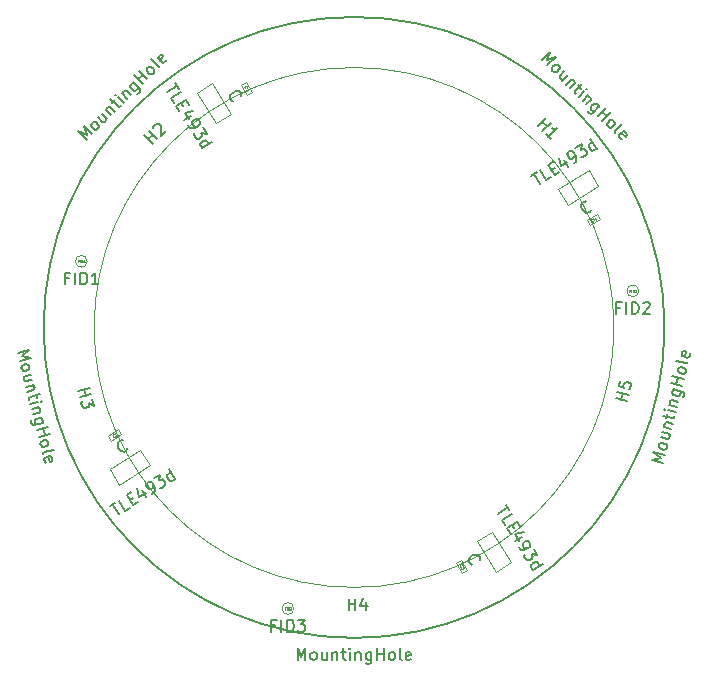
<source format=gbr>
G04 #@! TF.GenerationSoftware,KiCad,Pcbnew,5.1.5-52549c5~84~ubuntu18.04.1*
G04 #@! TF.CreationDate,2020-06-09T16:27:21+02:00*
G04 #@! TF.ProjectId,roboy_3.0_40mm_ball_sensor,726f626f-795f-4332-9e30-5f34306d6d5f,rev?*
G04 #@! TF.SameCoordinates,Original*
G04 #@! TF.FileFunction,Other,Fab,Top*
%FSLAX46Y46*%
G04 Gerber Fmt 4.6, Leading zero omitted, Abs format (unit mm)*
G04 Created by KiCad (PCBNEW 5.1.5-52549c5~84~ubuntu18.04.1) date 2020-06-09 16:27:21*
%MOMM*%
%LPD*%
G04 APERTURE LIST*
%ADD10C,0.150000*%
%ADD11C,0.120000*%
%ADD12C,0.010000*%
%ADD13C,0.100000*%
%ADD14C,0.040000*%
G04 APERTURE END LIST*
D10*
X186783455Y-100000000D02*
G75*
G03X186783455Y-100000000I-26283455J0D01*
G01*
D11*
X182505681Y-100000000D02*
G75*
G03X182505681Y-100000000I-22005681J0D01*
G01*
D12*
X148817797Y-82719877D02*
X147201543Y-80133330D01*
X150119551Y-81906451D02*
X148503297Y-79319904D01*
X148503297Y-79319904D02*
X147201543Y-80133330D01*
X150119551Y-81906451D02*
X148817797Y-82719877D01*
D13*
X150908948Y-79461640D02*
X151332972Y-79196680D01*
X151332972Y-79196680D02*
X151862892Y-80044728D01*
X151862892Y-80044728D02*
X151438868Y-80309688D01*
X151438868Y-80309688D02*
X150908948Y-79461640D01*
X140809688Y-109061132D02*
X139961640Y-109591052D01*
X140544728Y-108637108D02*
X140809688Y-109061132D01*
X139696680Y-109167028D02*
X140544728Y-108637108D01*
X139961640Y-109591052D02*
X139696680Y-109167028D01*
X170091052Y-120538360D02*
X169667028Y-120803320D01*
X169667028Y-120803320D02*
X169137108Y-119955272D01*
X169137108Y-119955272D02*
X169561132Y-119690312D01*
X169561132Y-119690312D02*
X170091052Y-120538360D01*
X181038360Y-90408948D02*
X181303320Y-90832972D01*
X181303320Y-90832972D02*
X180455272Y-91362892D01*
X180455272Y-91362892D02*
X180190312Y-90938868D01*
X180190312Y-90938868D02*
X181038360Y-90408948D01*
D12*
X143219877Y-111682203D02*
X140633330Y-113298457D01*
X142406451Y-110380449D02*
X139819904Y-111996703D01*
X139819904Y-111996703D02*
X140633330Y-113298457D01*
X142406451Y-110380449D02*
X143219877Y-111682203D01*
X170880449Y-118093549D02*
X172182203Y-117280123D01*
X172496703Y-120680096D02*
X173798457Y-119866670D01*
X170880449Y-118093549D02*
X172496703Y-120680096D01*
X172182203Y-117280123D02*
X173798457Y-119866670D01*
X178593549Y-89619551D02*
X177780123Y-88317797D01*
X181180096Y-88003297D02*
X180366670Y-86701543D01*
X178593549Y-89619551D02*
X181180096Y-88003297D01*
X177780123Y-88317797D02*
X180366670Y-86701543D01*
D13*
X137900000Y-94400000D02*
G75*
G03X137900000Y-94400000I-500000J0D01*
G01*
X184600000Y-96900000D02*
G75*
G03X184600000Y-96900000I-500000J0D01*
G01*
X155400000Y-123800000D02*
G75*
G03X155400000Y-123800000I-500000J0D01*
G01*
D10*
X145368556Y-79299091D02*
X145671367Y-79783690D01*
X144671913Y-80071309D02*
X145519961Y-79541390D01*
X145252301Y-81000124D02*
X144999959Y-80596292D01*
X145848007Y-80066372D01*
X145873156Y-81005230D02*
X146049796Y-81287913D01*
X145681283Y-81686639D02*
X145428941Y-81282807D01*
X146276989Y-80752887D01*
X146529331Y-81156720D01*
X146700865Y-82060258D02*
X146135500Y-82413538D01*
X146897760Y-81656468D02*
X146165840Y-81833065D01*
X146493885Y-82358047D01*
X146438311Y-82898136D02*
X146539248Y-83059669D01*
X146630100Y-83115202D01*
X146695717Y-83130351D01*
X146867335Y-83135414D01*
X147054103Y-83074861D01*
X147377168Y-82872987D01*
X147432701Y-82782135D01*
X147447850Y-82716517D01*
X147437764Y-82610517D01*
X147336827Y-82448984D01*
X147245976Y-82393451D01*
X147180358Y-82378302D01*
X147074357Y-82388388D01*
X146872441Y-82514559D01*
X146816909Y-82605411D01*
X146801760Y-82671028D01*
X146811845Y-82777029D01*
X146912782Y-82938562D01*
X147003634Y-82994094D01*
X147069252Y-83009243D01*
X147175252Y-82999158D01*
X147715341Y-83054732D02*
X148043386Y-83579714D01*
X147543681Y-83498906D01*
X147619384Y-83620055D01*
X147629469Y-83726056D01*
X147614320Y-83791674D01*
X147558788Y-83882525D01*
X147356871Y-84008697D01*
X147250871Y-84018782D01*
X147185253Y-84003633D01*
X147094401Y-83948101D01*
X146942996Y-83705801D01*
X146932911Y-83599801D01*
X146948060Y-83534183D01*
X147649555Y-84836532D02*
X148497603Y-84306613D01*
X147689938Y-84811298D02*
X147599086Y-84755766D01*
X147498149Y-84594233D01*
X147488064Y-84488232D01*
X147503213Y-84422614D01*
X147558745Y-84331763D01*
X147801045Y-84180357D01*
X147907046Y-84170272D01*
X147972663Y-84185421D01*
X148063515Y-84240953D01*
X148164452Y-84402486D01*
X148174537Y-84508487D01*
X150254852Y-80824937D02*
X150189234Y-80809788D01*
X150073148Y-80713873D01*
X150022680Y-80633107D01*
X149987360Y-80486723D01*
X150017658Y-80355488D01*
X150073191Y-80264636D01*
X150209489Y-80123316D01*
X150330639Y-80047613D01*
X150517406Y-79987059D01*
X150623407Y-79976974D01*
X150754642Y-80007272D01*
X150870728Y-80103187D01*
X150921196Y-80183954D01*
X150956516Y-80330338D01*
X150941367Y-80395955D01*
D14*
X151288121Y-79765162D02*
X151271717Y-79761375D01*
X151242695Y-79737396D01*
X151230078Y-79717205D01*
X151221248Y-79680609D01*
X151228823Y-79647800D01*
X151242706Y-79625087D01*
X151276780Y-79589757D01*
X151307068Y-79570831D01*
X151353760Y-79555693D01*
X151380260Y-79553171D01*
X151413068Y-79560746D01*
X151442090Y-79584725D01*
X151454707Y-79604916D01*
X151463537Y-79641512D01*
X151459750Y-79657917D01*
X151394101Y-79979696D02*
X151318398Y-79858546D01*
X151356249Y-79919121D02*
X151568261Y-79786641D01*
X151525357Y-79785375D01*
X151492548Y-79777801D01*
X151469835Y-79763918D01*
D10*
X141324937Y-110245147D02*
X141309788Y-110310765D01*
X141213873Y-110426851D01*
X141133107Y-110477319D01*
X140986723Y-110512639D01*
X140855488Y-110482341D01*
X140764636Y-110426808D01*
X140623316Y-110290510D01*
X140547613Y-110169360D01*
X140487059Y-109982593D01*
X140476974Y-109876592D01*
X140507272Y-109745357D01*
X140603187Y-109629271D01*
X140683954Y-109578803D01*
X140830338Y-109543483D01*
X140895955Y-109558632D01*
D14*
X140265162Y-109211878D02*
X140261375Y-109228282D01*
X140237396Y-109257304D01*
X140217205Y-109269921D01*
X140180609Y-109278751D01*
X140147800Y-109271176D01*
X140125087Y-109257293D01*
X140089757Y-109223219D01*
X140070831Y-109192931D01*
X140055693Y-109146239D01*
X140053171Y-109119739D01*
X140060746Y-109086931D01*
X140084725Y-109057909D01*
X140104916Y-109045292D01*
X140141512Y-109036462D01*
X140157917Y-109040249D01*
X140238683Y-108989781D02*
X140242471Y-108973376D01*
X140256354Y-108950663D01*
X140306833Y-108919121D01*
X140333333Y-108916599D01*
X140349737Y-108920387D01*
X140372450Y-108934270D01*
X140385067Y-108954461D01*
X140393897Y-108991057D01*
X140348450Y-109187910D01*
X140479696Y-109105898D01*
D10*
X170467444Y-120078557D02*
X170401826Y-120063408D01*
X170285740Y-119967493D01*
X170235272Y-119886727D01*
X170199952Y-119740343D01*
X170230250Y-119609108D01*
X170285783Y-119518256D01*
X170422081Y-119376936D01*
X170543231Y-119301233D01*
X170729998Y-119240679D01*
X170835999Y-119230594D01*
X170967234Y-119260892D01*
X171083320Y-119356807D01*
X171133788Y-119437574D01*
X171169108Y-119583958D01*
X171153959Y-119649575D01*
D14*
X169516281Y-120258794D02*
X169499877Y-120255007D01*
X169470855Y-120231028D01*
X169458238Y-120210837D01*
X169449408Y-120174241D01*
X169456983Y-120141432D01*
X169470866Y-120118719D01*
X169504940Y-120083389D01*
X169535228Y-120064463D01*
X169581920Y-120049325D01*
X169608420Y-120046803D01*
X169641228Y-120054378D01*
X169670250Y-120078357D01*
X169682867Y-120098548D01*
X169691697Y-120135144D01*
X169687910Y-120151549D01*
X169752261Y-120209602D02*
X169834273Y-120340848D01*
X169709346Y-120320646D01*
X169728272Y-120350933D01*
X169730793Y-120377433D01*
X169727006Y-120393838D01*
X169713123Y-120416551D01*
X169662644Y-120448093D01*
X169636144Y-120450615D01*
X169619739Y-120446828D01*
X169597026Y-120432944D01*
X169559175Y-120372370D01*
X169556654Y-120345869D01*
X169560441Y-120329465D01*
D10*
X180578557Y-90032555D02*
X180563408Y-90098173D01*
X180467493Y-90214259D01*
X180386727Y-90264727D01*
X180240343Y-90300047D01*
X180109108Y-90269749D01*
X180018256Y-90214216D01*
X179876936Y-90077918D01*
X179801233Y-89956768D01*
X179740679Y-89770001D01*
X179730594Y-89664000D01*
X179760892Y-89532765D01*
X179856807Y-89416679D01*
X179937574Y-89366211D01*
X180083958Y-89330891D01*
X180149575Y-89346040D01*
D14*
X180758794Y-90983718D02*
X180755007Y-91000122D01*
X180731028Y-91029144D01*
X180710837Y-91041761D01*
X180674241Y-91050591D01*
X180641432Y-91043016D01*
X180618719Y-91029133D01*
X180583389Y-90995059D01*
X180564463Y-90964771D01*
X180549325Y-90918079D01*
X180546803Y-90891579D01*
X180554378Y-90858771D01*
X180578357Y-90829749D01*
X180598548Y-90817132D01*
X180635144Y-90808302D01*
X180651549Y-90812089D01*
X180864816Y-90749014D02*
X180953136Y-90890356D01*
X180763869Y-90699791D02*
X180808018Y-90882770D01*
X180939264Y-90800759D01*
D10*
X139799091Y-115131443D02*
X140283690Y-114828632D01*
X140571309Y-115828086D02*
X140041390Y-114980038D01*
X141500124Y-115247698D02*
X141096292Y-115500040D01*
X140566372Y-114651992D01*
X141505230Y-114626843D02*
X141787913Y-114450203D01*
X142186639Y-114818716D02*
X141782807Y-115071058D01*
X141252887Y-114223010D01*
X141656720Y-113970668D01*
X142560258Y-113799134D02*
X142913538Y-114364499D01*
X142156468Y-113602239D02*
X142333065Y-114334159D01*
X142858047Y-114006114D01*
X143398136Y-114061688D02*
X143559669Y-113960751D01*
X143615202Y-113869899D01*
X143630351Y-113804282D01*
X143635414Y-113632664D01*
X143574861Y-113445896D01*
X143372987Y-113122831D01*
X143282135Y-113067298D01*
X143216517Y-113052149D01*
X143110517Y-113062235D01*
X142948984Y-113163172D01*
X142893451Y-113254023D01*
X142878302Y-113319641D01*
X142888388Y-113425642D01*
X143014559Y-113627558D01*
X143105411Y-113683090D01*
X143171028Y-113698239D01*
X143277029Y-113688154D01*
X143438562Y-113587217D01*
X143494094Y-113496365D01*
X143509243Y-113430747D01*
X143499158Y-113324747D01*
X143554732Y-112784658D02*
X144079714Y-112456613D01*
X143998906Y-112956318D01*
X144120055Y-112880615D01*
X144226056Y-112870530D01*
X144291674Y-112885679D01*
X144382525Y-112941211D01*
X144508697Y-113143128D01*
X144518782Y-113249128D01*
X144503633Y-113314746D01*
X144448101Y-113405598D01*
X144205801Y-113557003D01*
X144099801Y-113567088D01*
X144034183Y-113551939D01*
X145336532Y-112850444D02*
X144806613Y-112002396D01*
X145311298Y-112810061D02*
X145255766Y-112900913D01*
X145094233Y-113001850D01*
X144988232Y-113011935D01*
X144922614Y-112996786D01*
X144831763Y-112941254D01*
X144680357Y-112698954D01*
X144670272Y-112592953D01*
X144685421Y-112527336D01*
X144740953Y-112436484D01*
X144902486Y-112335547D01*
X145008487Y-112325462D01*
X173355508Y-114991849D02*
X173658319Y-115476448D01*
X172658865Y-115764067D02*
X173506913Y-115234148D01*
X173239253Y-116692882D02*
X172986911Y-116289050D01*
X173834959Y-115759130D01*
X173860108Y-116697988D02*
X174036748Y-116980671D01*
X173668235Y-117379397D02*
X173415893Y-116975565D01*
X174263941Y-116445645D01*
X174516283Y-116849478D01*
X174687817Y-117753016D02*
X174122452Y-118106296D01*
X174884712Y-117349226D02*
X174152792Y-117525823D01*
X174480837Y-118050805D01*
X174425263Y-118590894D02*
X174526200Y-118752427D01*
X174617052Y-118807960D01*
X174682669Y-118823109D01*
X174854287Y-118828172D01*
X175041055Y-118767619D01*
X175364120Y-118565745D01*
X175419653Y-118474893D01*
X175434802Y-118409275D01*
X175424716Y-118303275D01*
X175323779Y-118141742D01*
X175232928Y-118086209D01*
X175167310Y-118071060D01*
X175061309Y-118081146D01*
X174859393Y-118207317D01*
X174803861Y-118298169D01*
X174788712Y-118363786D01*
X174798797Y-118469787D01*
X174899734Y-118631320D01*
X174990586Y-118686852D01*
X175056204Y-118702001D01*
X175162204Y-118691916D01*
X175702293Y-118747490D02*
X176030338Y-119272472D01*
X175530633Y-119191664D01*
X175606336Y-119312813D01*
X175616421Y-119418814D01*
X175601272Y-119484432D01*
X175545740Y-119575283D01*
X175343823Y-119701455D01*
X175237823Y-119711540D01*
X175172205Y-119696391D01*
X175081353Y-119640859D01*
X174929948Y-119398559D01*
X174919863Y-119292559D01*
X174935012Y-119226941D01*
X175636507Y-120529290D02*
X176484555Y-119999371D01*
X175676890Y-120504056D02*
X175586038Y-120448524D01*
X175485101Y-120286991D01*
X175475016Y-120180990D01*
X175490165Y-120115372D01*
X175545697Y-120024521D01*
X175787997Y-119873115D01*
X175893998Y-119863030D01*
X175959615Y-119878179D01*
X176050467Y-119933711D01*
X176151404Y-120095244D01*
X176161489Y-120201245D01*
X175491849Y-87144491D02*
X175976448Y-86841680D01*
X176264067Y-87841134D02*
X175734148Y-86993086D01*
X177192882Y-87260746D02*
X176789050Y-87513088D01*
X176259130Y-86665040D01*
X177197988Y-86639891D02*
X177480671Y-86463251D01*
X177879397Y-86831764D02*
X177475565Y-87084106D01*
X176945645Y-86236058D01*
X177349478Y-85983716D01*
X178253016Y-85812182D02*
X178606296Y-86377547D01*
X177849226Y-85615287D02*
X178025823Y-86347207D01*
X178550805Y-86019162D01*
X179090894Y-86074736D02*
X179252427Y-85973799D01*
X179307960Y-85882947D01*
X179323109Y-85817330D01*
X179328172Y-85645712D01*
X179267619Y-85458944D01*
X179065745Y-85135879D01*
X178974893Y-85080346D01*
X178909275Y-85065197D01*
X178803275Y-85075283D01*
X178641742Y-85176220D01*
X178586209Y-85267071D01*
X178571060Y-85332689D01*
X178581146Y-85438690D01*
X178707317Y-85640606D01*
X178798169Y-85696138D01*
X178863786Y-85711287D01*
X178969787Y-85701202D01*
X179131320Y-85600265D01*
X179186852Y-85509413D01*
X179202001Y-85443795D01*
X179191916Y-85337795D01*
X179247490Y-84797706D02*
X179772472Y-84469661D01*
X179691664Y-84969366D01*
X179812813Y-84893663D01*
X179918814Y-84883578D01*
X179984432Y-84898727D01*
X180075283Y-84954259D01*
X180201455Y-85156176D01*
X180211540Y-85262176D01*
X180196391Y-85327794D01*
X180140859Y-85418646D01*
X179898559Y-85570051D01*
X179792559Y-85580136D01*
X179726941Y-85564987D01*
X181029290Y-84863492D02*
X180499371Y-84015444D01*
X181004056Y-84823109D02*
X180948524Y-84913961D01*
X180786991Y-85014898D01*
X180680990Y-85024983D01*
X180615372Y-85009834D01*
X180524521Y-84954302D01*
X180373115Y-84712002D01*
X180363030Y-84606001D01*
X180378179Y-84540384D01*
X180433711Y-84449532D01*
X180595244Y-84348595D01*
X180701245Y-84338510D01*
X176382964Y-77349013D02*
X177090071Y-76641906D01*
X176820697Y-77382685D01*
X177561475Y-77113311D01*
X176854368Y-77820418D01*
X177292101Y-78258150D02*
X177258429Y-78157135D01*
X177258429Y-78089792D01*
X177292101Y-77988776D01*
X177494132Y-77786746D01*
X177595147Y-77753074D01*
X177662490Y-77753074D01*
X177763506Y-77786746D01*
X177864521Y-77887761D01*
X177898193Y-77988776D01*
X177898193Y-78056120D01*
X177864521Y-78157135D01*
X177662490Y-78359166D01*
X177561475Y-78392837D01*
X177494132Y-78392837D01*
X177393116Y-78359166D01*
X177292101Y-78258150D01*
X178605299Y-78628540D02*
X178133895Y-79099944D01*
X178302254Y-78325494D02*
X177931864Y-78695883D01*
X177898193Y-78796898D01*
X177931864Y-78897914D01*
X178032880Y-78998929D01*
X178133895Y-79032601D01*
X178201238Y-79032601D01*
X178942017Y-78965257D02*
X178470612Y-79436662D01*
X178874673Y-79032601D02*
X178942017Y-79032601D01*
X179043032Y-79066272D01*
X179144047Y-79167288D01*
X179177719Y-79268303D01*
X179144047Y-79369318D01*
X178773658Y-79739707D01*
X179480765Y-79504005D02*
X179750139Y-79773379D01*
X179817482Y-79369318D02*
X179211391Y-79975410D01*
X179177719Y-80076425D01*
X179211391Y-80177440D01*
X179278734Y-80244784D01*
X179514437Y-80480486D02*
X179985841Y-80009081D01*
X180221544Y-79773379D02*
X180154200Y-79773379D01*
X180154200Y-79840723D01*
X180221544Y-79840723D01*
X180221544Y-79773379D01*
X180154200Y-79840723D01*
X180322559Y-80345799D02*
X179851154Y-80817204D01*
X180255215Y-80413143D02*
X180322559Y-80413142D01*
X180423574Y-80446814D01*
X180524589Y-80547830D01*
X180558261Y-80648845D01*
X180524589Y-80749860D01*
X180154200Y-81120249D01*
X181265368Y-81288608D02*
X180692948Y-81861028D01*
X180591933Y-81894700D01*
X180524589Y-81894700D01*
X180423574Y-81861028D01*
X180322559Y-81760013D01*
X180288887Y-81658997D01*
X180827635Y-81726341D02*
X180726620Y-81692669D01*
X180591933Y-81557982D01*
X180558261Y-81456967D01*
X180558261Y-81389623D01*
X180591933Y-81288608D01*
X180793963Y-81086578D01*
X180894979Y-81052906D01*
X180962322Y-81052906D01*
X181063337Y-81086578D01*
X181198024Y-81221265D01*
X181231696Y-81322280D01*
X181130681Y-82096730D02*
X181837788Y-81389623D01*
X181501070Y-81726341D02*
X181905131Y-82130402D01*
X181534742Y-82500791D02*
X182241849Y-81793684D01*
X181972475Y-82938524D02*
X181938803Y-82837509D01*
X181938803Y-82770165D01*
X181972475Y-82669150D01*
X182174505Y-82467119D01*
X182275520Y-82433448D01*
X182342864Y-82433448D01*
X182443879Y-82467119D01*
X182544894Y-82568135D01*
X182578566Y-82669150D01*
X182578566Y-82736493D01*
X182544894Y-82837509D01*
X182342864Y-83039539D01*
X182241849Y-83073211D01*
X182174505Y-83073211D01*
X182073490Y-83039539D01*
X181972475Y-82938524D01*
X182612238Y-83578287D02*
X182578566Y-83477272D01*
X182612238Y-83376257D01*
X183218329Y-82770165D01*
X183184658Y-84083363D02*
X183083642Y-84049692D01*
X182948955Y-83915005D01*
X182915284Y-83813989D01*
X182948955Y-83712974D01*
X183218329Y-83443600D01*
X183319345Y-83409928D01*
X183420360Y-83443600D01*
X183555047Y-83578287D01*
X183588719Y-83679302D01*
X183555047Y-83780318D01*
X183487703Y-83847661D01*
X183083642Y-83578287D01*
X176046247Y-82951992D02*
X176753354Y-82244885D01*
X176416636Y-82581603D02*
X176820697Y-82985664D01*
X176450308Y-83356053D02*
X177157415Y-82648946D01*
X177157415Y-84063160D02*
X176753354Y-83659099D01*
X176955384Y-83861129D02*
X177662491Y-83154023D01*
X177494132Y-83187694D01*
X177359445Y-83187694D01*
X177258430Y-83154023D01*
X137849013Y-84117035D02*
X137141906Y-83409928D01*
X137882685Y-83679302D01*
X137613311Y-82938524D01*
X138320418Y-83645631D01*
X138758150Y-83207898D02*
X138657135Y-83241570D01*
X138589792Y-83241570D01*
X138488776Y-83207898D01*
X138286746Y-83005867D01*
X138253074Y-82904852D01*
X138253074Y-82837509D01*
X138286746Y-82736493D01*
X138387761Y-82635478D01*
X138488776Y-82601806D01*
X138556120Y-82601806D01*
X138657135Y-82635478D01*
X138859166Y-82837509D01*
X138892837Y-82938524D01*
X138892837Y-83005867D01*
X138859166Y-83106883D01*
X138758150Y-83207898D01*
X139128540Y-81894700D02*
X139599944Y-82366104D01*
X138825494Y-82197745D02*
X139195883Y-82568135D01*
X139296898Y-82601806D01*
X139397914Y-82568135D01*
X139498929Y-82467119D01*
X139532601Y-82366104D01*
X139532601Y-82298761D01*
X139465257Y-81557982D02*
X139936662Y-82029387D01*
X139532601Y-81625326D02*
X139532601Y-81557982D01*
X139566272Y-81456967D01*
X139667288Y-81355952D01*
X139768303Y-81322280D01*
X139869318Y-81355952D01*
X140239707Y-81726341D01*
X140004005Y-81019234D02*
X140273379Y-80749860D01*
X139869318Y-80682517D02*
X140475410Y-81288608D01*
X140576425Y-81322280D01*
X140677440Y-81288608D01*
X140744784Y-81221265D01*
X140980486Y-80985562D02*
X140509081Y-80514158D01*
X140273379Y-80278455D02*
X140273379Y-80345799D01*
X140340723Y-80345799D01*
X140340723Y-80278455D01*
X140273379Y-80278455D01*
X140340723Y-80345799D01*
X140845799Y-80177440D02*
X141317204Y-80648845D01*
X140913143Y-80244784D02*
X140913143Y-80177440D01*
X140946814Y-80076425D01*
X141047830Y-79975410D01*
X141148845Y-79941738D01*
X141249860Y-79975410D01*
X141620249Y-80345799D01*
X141788608Y-79234631D02*
X142361028Y-79807051D01*
X142394700Y-79908066D01*
X142394700Y-79975410D01*
X142361028Y-80076425D01*
X142260013Y-80177440D01*
X142158997Y-80211112D01*
X142226341Y-79672364D02*
X142192669Y-79773379D01*
X142057982Y-79908066D01*
X141956967Y-79941738D01*
X141889623Y-79941738D01*
X141788608Y-79908066D01*
X141586578Y-79706036D01*
X141552906Y-79605020D01*
X141552906Y-79537677D01*
X141586578Y-79436662D01*
X141721265Y-79301975D01*
X141822280Y-79268303D01*
X142596730Y-79369318D02*
X141889623Y-78662211D01*
X142226341Y-78998929D02*
X142630402Y-78594868D01*
X143000791Y-78965257D02*
X142293684Y-78258150D01*
X143438524Y-78527524D02*
X143337509Y-78561196D01*
X143270165Y-78561196D01*
X143169150Y-78527524D01*
X142967119Y-78325494D01*
X142933448Y-78224479D01*
X142933448Y-78157135D01*
X142967119Y-78056120D01*
X143068135Y-77955105D01*
X143169150Y-77921433D01*
X143236493Y-77921433D01*
X143337509Y-77955105D01*
X143539539Y-78157135D01*
X143573211Y-78258150D01*
X143573211Y-78325494D01*
X143539539Y-78426509D01*
X143438524Y-78527524D01*
X144078287Y-77887761D02*
X143977272Y-77921433D01*
X143876257Y-77887761D01*
X143270165Y-77281670D01*
X144583363Y-77315341D02*
X144549692Y-77416357D01*
X144415005Y-77551044D01*
X144313989Y-77584715D01*
X144212974Y-77551044D01*
X143943600Y-77281670D01*
X143909928Y-77180654D01*
X143943600Y-77079639D01*
X144078287Y-76944952D01*
X144179302Y-76911280D01*
X144280318Y-76944952D01*
X144347661Y-77012296D01*
X144078287Y-77416357D01*
X143451992Y-84453752D02*
X142744885Y-83746645D01*
X143081603Y-84083363D02*
X143485664Y-83679302D01*
X143856053Y-84049691D02*
X143148946Y-83342584D01*
X143519336Y-83106882D02*
X143519336Y-83039539D01*
X143553007Y-82938523D01*
X143721366Y-82770165D01*
X143822381Y-82736493D01*
X143889725Y-82736493D01*
X143990740Y-82770165D01*
X144058084Y-82837508D01*
X144125427Y-82972195D01*
X144125427Y-83780317D01*
X144563160Y-83342584D01*
X132026096Y-102167119D02*
X132996392Y-101925197D01*
X132383964Y-102421431D01*
X133157673Y-102572061D01*
X132187377Y-102813983D01*
X132337139Y-103414642D02*
X132360303Y-103310713D01*
X132394987Y-103252988D01*
X132475876Y-103183744D01*
X132753104Y-103114623D01*
X132857033Y-103137788D01*
X132914758Y-103172472D01*
X132984002Y-103253361D01*
X133018563Y-103391975D01*
X132995398Y-103495904D01*
X132960714Y-103553629D01*
X132879825Y-103622873D01*
X132602597Y-103691994D01*
X132498668Y-103668829D01*
X132440944Y-103634145D01*
X132371699Y-103553256D01*
X132337139Y-103414642D01*
X133272005Y-104408475D02*
X132625141Y-104569756D01*
X133168324Y-103992634D02*
X132660074Y-104119355D01*
X132579185Y-104188600D01*
X132556020Y-104292529D01*
X132590581Y-104431143D01*
X132659825Y-104512032D01*
X132717550Y-104546716D01*
X133387206Y-104870521D02*
X132740342Y-105031802D01*
X133294796Y-104893561D02*
X133352521Y-104928245D01*
X133421766Y-105009134D01*
X133456326Y-105147748D01*
X133433162Y-105251677D01*
X133352273Y-105320922D01*
X132844023Y-105447643D01*
X133571527Y-105609794D02*
X133663688Y-105979430D01*
X133929519Y-105667767D02*
X133097837Y-105875128D01*
X133016948Y-105944373D01*
X132993784Y-106048302D01*
X133016824Y-106140711D01*
X133097465Y-106464143D02*
X133744328Y-106302862D01*
X134067760Y-106222221D02*
X134010036Y-106187537D01*
X133975351Y-106245261D01*
X134033076Y-106279946D01*
X134067760Y-106222221D01*
X133975351Y-106245261D01*
X133859529Y-106764907D02*
X133212665Y-106926189D01*
X133767120Y-106787948D02*
X133824845Y-106822632D01*
X133894090Y-106903521D01*
X133928650Y-107042135D01*
X133905485Y-107146064D01*
X133824596Y-107215309D01*
X133316346Y-107342030D01*
X134182092Y-108058635D02*
X133396614Y-108254477D01*
X133292685Y-108231312D01*
X133234960Y-108196628D01*
X133165716Y-108115739D01*
X133131155Y-107977125D01*
X133154320Y-107873196D01*
X133581433Y-108208396D02*
X133512188Y-108127507D01*
X133466107Y-107942689D01*
X133489272Y-107838760D01*
X133523956Y-107781035D01*
X133604845Y-107711790D01*
X133882073Y-107642670D01*
X133986002Y-107665834D01*
X134043726Y-107700519D01*
X134112971Y-107781408D01*
X134159052Y-107966226D01*
X134135887Y-108070155D01*
X133650429Y-108681962D02*
X134620725Y-108440040D01*
X134158679Y-108555241D02*
X134296920Y-109109696D01*
X133788670Y-109236417D02*
X134758966Y-108994495D01*
X133938431Y-109837076D02*
X133961595Y-109733147D01*
X133996280Y-109675422D01*
X134077169Y-109606177D01*
X134354396Y-109537057D01*
X134458326Y-109560221D01*
X134516050Y-109594906D01*
X134585295Y-109675795D01*
X134619855Y-109814408D01*
X134596691Y-109918338D01*
X134562006Y-109976062D01*
X134481117Y-110045307D01*
X134203890Y-110114427D01*
X134099961Y-110091263D01*
X134042236Y-110056579D01*
X133972991Y-109975690D01*
X133938431Y-109837076D01*
X134157313Y-110714963D02*
X134180477Y-110611033D01*
X134261366Y-110541789D01*
X135093048Y-110334427D01*
X134387839Y-111442715D02*
X134318594Y-111361826D01*
X134272514Y-111177008D01*
X134295678Y-111073079D01*
X134376567Y-111003834D01*
X134746204Y-110911673D01*
X134850133Y-110934838D01*
X134919378Y-111015727D01*
X134965458Y-111200545D01*
X134942294Y-111304474D01*
X134861404Y-111373719D01*
X134768995Y-111396759D01*
X134561385Y-110957754D01*
X137147363Y-105346421D02*
X138117658Y-105104500D01*
X137655613Y-105219700D02*
X137793854Y-105774155D01*
X137285604Y-105900876D02*
X138255900Y-105658954D01*
X138348060Y-106028591D02*
X138497821Y-106629250D01*
X138047544Y-106397979D01*
X138082105Y-106536592D01*
X138058940Y-106640522D01*
X138024256Y-106698246D01*
X137943367Y-106767491D01*
X137712344Y-106825091D01*
X137608415Y-106801927D01*
X137550690Y-106767243D01*
X137481445Y-106686354D01*
X137412325Y-106409126D01*
X137435489Y-106305197D01*
X137470174Y-106247472D01*
X155714285Y-128152380D02*
X155714285Y-127152380D01*
X156047619Y-127866666D01*
X156380952Y-127152380D01*
X156380952Y-128152380D01*
X157000000Y-128152380D02*
X156904761Y-128104761D01*
X156857142Y-128057142D01*
X156809523Y-127961904D01*
X156809523Y-127676190D01*
X156857142Y-127580952D01*
X156904761Y-127533333D01*
X157000000Y-127485714D01*
X157142857Y-127485714D01*
X157238095Y-127533333D01*
X157285714Y-127580952D01*
X157333333Y-127676190D01*
X157333333Y-127961904D01*
X157285714Y-128057142D01*
X157238095Y-128104761D01*
X157142857Y-128152380D01*
X157000000Y-128152380D01*
X158190476Y-127485714D02*
X158190476Y-128152380D01*
X157761904Y-127485714D02*
X157761904Y-128009523D01*
X157809523Y-128104761D01*
X157904761Y-128152380D01*
X158047619Y-128152380D01*
X158142857Y-128104761D01*
X158190476Y-128057142D01*
X158666666Y-127485714D02*
X158666666Y-128152380D01*
X158666666Y-127580952D02*
X158714285Y-127533333D01*
X158809523Y-127485714D01*
X158952380Y-127485714D01*
X159047619Y-127533333D01*
X159095238Y-127628571D01*
X159095238Y-128152380D01*
X159428571Y-127485714D02*
X159809523Y-127485714D01*
X159571428Y-127152380D02*
X159571428Y-128009523D01*
X159619047Y-128104761D01*
X159714285Y-128152380D01*
X159809523Y-128152380D01*
X160142857Y-128152380D02*
X160142857Y-127485714D01*
X160142857Y-127152380D02*
X160095238Y-127200000D01*
X160142857Y-127247619D01*
X160190476Y-127200000D01*
X160142857Y-127152380D01*
X160142857Y-127247619D01*
X160619047Y-127485714D02*
X160619047Y-128152380D01*
X160619047Y-127580952D02*
X160666666Y-127533333D01*
X160761904Y-127485714D01*
X160904761Y-127485714D01*
X161000000Y-127533333D01*
X161047619Y-127628571D01*
X161047619Y-128152380D01*
X161952380Y-127485714D02*
X161952380Y-128295238D01*
X161904761Y-128390476D01*
X161857142Y-128438095D01*
X161761904Y-128485714D01*
X161619047Y-128485714D01*
X161523809Y-128438095D01*
X161952380Y-128104761D02*
X161857142Y-128152380D01*
X161666666Y-128152380D01*
X161571428Y-128104761D01*
X161523809Y-128057142D01*
X161476190Y-127961904D01*
X161476190Y-127676190D01*
X161523809Y-127580952D01*
X161571428Y-127533333D01*
X161666666Y-127485714D01*
X161857142Y-127485714D01*
X161952380Y-127533333D01*
X162428571Y-128152380D02*
X162428571Y-127152380D01*
X162428571Y-127628571D02*
X163000000Y-127628571D01*
X163000000Y-128152380D02*
X163000000Y-127152380D01*
X163619047Y-128152380D02*
X163523809Y-128104761D01*
X163476190Y-128057142D01*
X163428571Y-127961904D01*
X163428571Y-127676190D01*
X163476190Y-127580952D01*
X163523809Y-127533333D01*
X163619047Y-127485714D01*
X163761904Y-127485714D01*
X163857142Y-127533333D01*
X163904761Y-127580952D01*
X163952380Y-127676190D01*
X163952380Y-127961904D01*
X163904761Y-128057142D01*
X163857142Y-128104761D01*
X163761904Y-128152380D01*
X163619047Y-128152380D01*
X164523809Y-128152380D02*
X164428571Y-128104761D01*
X164380952Y-128009523D01*
X164380952Y-127152380D01*
X165285714Y-128104761D02*
X165190476Y-128152380D01*
X165000000Y-128152380D01*
X164904761Y-128104761D01*
X164857142Y-128009523D01*
X164857142Y-127628571D01*
X164904761Y-127533333D01*
X165000000Y-127485714D01*
X165190476Y-127485714D01*
X165285714Y-127533333D01*
X165333333Y-127628571D01*
X165333333Y-127723809D01*
X164857142Y-127819047D01*
X160038095Y-123952380D02*
X160038095Y-122952380D01*
X160038095Y-123428571D02*
X160609523Y-123428571D01*
X160609523Y-123952380D02*
X160609523Y-122952380D01*
X161514285Y-123285714D02*
X161514285Y-123952380D01*
X161276190Y-122904761D02*
X161038095Y-123619047D01*
X161657142Y-123619047D01*
X186658366Y-111454235D02*
X185688070Y-111212314D01*
X186461779Y-111061683D01*
X185849351Y-110565450D01*
X186819647Y-110807372D01*
X186969408Y-110206712D02*
X186900163Y-110287601D01*
X186842439Y-110322286D01*
X186738510Y-110345450D01*
X186461282Y-110276330D01*
X186380393Y-110207085D01*
X186345709Y-110149360D01*
X186322544Y-110045431D01*
X186357105Y-109906817D01*
X186426349Y-109825928D01*
X186484074Y-109791244D01*
X186588003Y-109768080D01*
X186865231Y-109837200D01*
X186946120Y-109906445D01*
X186980804Y-109964170D01*
X187003968Y-110068099D01*
X186969408Y-110206712D01*
X186610547Y-108890317D02*
X187257410Y-109051598D01*
X186506866Y-109306158D02*
X187015116Y-109432879D01*
X187119045Y-109409715D01*
X187188290Y-109328826D01*
X187222850Y-109190212D01*
X187199686Y-109086283D01*
X187165001Y-109028558D01*
X186725748Y-108428272D02*
X187372611Y-108589553D01*
X186818157Y-108451312D02*
X186783472Y-108393587D01*
X186760308Y-108289658D01*
X186794868Y-108151044D01*
X186864113Y-108070155D01*
X186968042Y-108046991D01*
X187476292Y-108173712D01*
X186910069Y-107688999D02*
X187002230Y-107319362D01*
X186621197Y-107469744D02*
X187452879Y-107677106D01*
X187556809Y-107653942D01*
X187626053Y-107573053D01*
X187649093Y-107480643D01*
X187729734Y-107157212D02*
X187082870Y-106995930D01*
X186759438Y-106915290D02*
X186794123Y-106973014D01*
X186851848Y-106938330D01*
X186817163Y-106880605D01*
X186759438Y-106915290D01*
X186851848Y-106938330D01*
X187198071Y-106533885D02*
X187844935Y-106695166D01*
X187290480Y-106556925D02*
X187255796Y-106499200D01*
X187232631Y-106395271D01*
X187267192Y-106256657D01*
X187336436Y-106175768D01*
X187440366Y-106152604D01*
X187948616Y-106279325D01*
X187520634Y-105240157D02*
X188306111Y-105435999D01*
X188387000Y-105505243D01*
X188421685Y-105562968D01*
X188444849Y-105666897D01*
X188410289Y-105805511D01*
X188341044Y-105886400D01*
X188121293Y-105389918D02*
X188144457Y-105493847D01*
X188098377Y-105678666D01*
X188029132Y-105759555D01*
X187971408Y-105794239D01*
X187867478Y-105817404D01*
X187590251Y-105748283D01*
X187509362Y-105679038D01*
X187474678Y-105621314D01*
X187451513Y-105517384D01*
X187497594Y-105332566D01*
X187566838Y-105251677D01*
X188282698Y-104939393D02*
X187312403Y-104697471D01*
X187774448Y-104812672D02*
X187912689Y-104258217D01*
X188420940Y-104384938D02*
X187450644Y-104143016D01*
X188570701Y-103784279D02*
X188501456Y-103865168D01*
X188443731Y-103899852D01*
X188339802Y-103923017D01*
X188062575Y-103853896D01*
X187981686Y-103784651D01*
X187947001Y-103726927D01*
X187923837Y-103622998D01*
X187958397Y-103484384D01*
X188027642Y-103403495D01*
X188085367Y-103368810D01*
X188189296Y-103345646D01*
X188466523Y-103414767D01*
X188547412Y-103484011D01*
X188582097Y-103541736D01*
X188605261Y-103645665D01*
X188570701Y-103784279D01*
X188789582Y-102906392D02*
X188720338Y-102987281D01*
X188616408Y-103010446D01*
X187784726Y-102803084D01*
X188927699Y-102155599D02*
X188950864Y-102259528D01*
X188904783Y-102444347D01*
X188835539Y-102525236D01*
X188731609Y-102548400D01*
X188361973Y-102456239D01*
X188281084Y-102386995D01*
X188257920Y-102283065D01*
X188304000Y-102098247D01*
X188373245Y-102017358D01*
X188477174Y-101994194D01*
X188569583Y-102017234D01*
X188546791Y-102502320D01*
X183629148Y-106242789D02*
X182658853Y-106000867D01*
X183120898Y-106116068D02*
X183259139Y-105561614D01*
X183767389Y-105688335D02*
X182797094Y-105446413D01*
X183027496Y-104522322D02*
X182912295Y-104984367D01*
X183362820Y-105145773D01*
X183328136Y-105088048D01*
X183304971Y-104984119D01*
X183362572Y-104753096D01*
X183431816Y-104672207D01*
X183489541Y-104637522D01*
X183593470Y-104614358D01*
X183824493Y-104671959D01*
X183905382Y-104741203D01*
X183940067Y-104798928D01*
X183963231Y-104902857D01*
X183905631Y-105133880D01*
X183836386Y-105214769D01*
X183778661Y-105249453D01*
X136328571Y-95828571D02*
X135995238Y-95828571D01*
X135995238Y-96352380D02*
X135995238Y-95352380D01*
X136471428Y-95352380D01*
X136852380Y-96352380D02*
X136852380Y-95352380D01*
X137328571Y-96352380D02*
X137328571Y-95352380D01*
X137566666Y-95352380D01*
X137709523Y-95400000D01*
X137804761Y-95495238D01*
X137852380Y-95590476D01*
X137900000Y-95780952D01*
X137900000Y-95923809D01*
X137852380Y-96114285D01*
X137804761Y-96209523D01*
X137709523Y-96304761D01*
X137566666Y-96352380D01*
X137328571Y-96352380D01*
X138852380Y-96352380D02*
X138280952Y-96352380D01*
X138566666Y-96352380D02*
X138566666Y-95352380D01*
X138471428Y-95495238D01*
X138376190Y-95590476D01*
X138280952Y-95638095D01*
D14*
X137185714Y-94385714D02*
X137119047Y-94385714D01*
X137119047Y-94490476D02*
X137119047Y-94290476D01*
X137214285Y-94290476D01*
X137290476Y-94490476D02*
X137290476Y-94290476D01*
X137385714Y-94490476D02*
X137385714Y-94290476D01*
X137433333Y-94290476D01*
X137461904Y-94300000D01*
X137480952Y-94319047D01*
X137490476Y-94338095D01*
X137500000Y-94376190D01*
X137500000Y-94404761D01*
X137490476Y-94442857D01*
X137480952Y-94461904D01*
X137461904Y-94480952D01*
X137433333Y-94490476D01*
X137385714Y-94490476D01*
X137690476Y-94490476D02*
X137576190Y-94490476D01*
X137633333Y-94490476D02*
X137633333Y-94290476D01*
X137614285Y-94319047D01*
X137595238Y-94338095D01*
X137576190Y-94347619D01*
D10*
X183028571Y-98328571D02*
X182695238Y-98328571D01*
X182695238Y-98852380D02*
X182695238Y-97852380D01*
X183171428Y-97852380D01*
X183552380Y-98852380D02*
X183552380Y-97852380D01*
X184028571Y-98852380D02*
X184028571Y-97852380D01*
X184266666Y-97852380D01*
X184409523Y-97900000D01*
X184504761Y-97995238D01*
X184552380Y-98090476D01*
X184600000Y-98280952D01*
X184600000Y-98423809D01*
X184552380Y-98614285D01*
X184504761Y-98709523D01*
X184409523Y-98804761D01*
X184266666Y-98852380D01*
X184028571Y-98852380D01*
X184980952Y-97947619D02*
X185028571Y-97900000D01*
X185123809Y-97852380D01*
X185361904Y-97852380D01*
X185457142Y-97900000D01*
X185504761Y-97947619D01*
X185552380Y-98042857D01*
X185552380Y-98138095D01*
X185504761Y-98280952D01*
X184933333Y-98852380D01*
X185552380Y-98852380D01*
D14*
X183885714Y-96885714D02*
X183819047Y-96885714D01*
X183819047Y-96990476D02*
X183819047Y-96790476D01*
X183914285Y-96790476D01*
X183990476Y-96990476D02*
X183990476Y-96790476D01*
X184085714Y-96990476D02*
X184085714Y-96790476D01*
X184133333Y-96790476D01*
X184161904Y-96800000D01*
X184180952Y-96819047D01*
X184190476Y-96838095D01*
X184200000Y-96876190D01*
X184200000Y-96904761D01*
X184190476Y-96942857D01*
X184180952Y-96961904D01*
X184161904Y-96980952D01*
X184133333Y-96990476D01*
X184085714Y-96990476D01*
X184276190Y-96809523D02*
X184285714Y-96800000D01*
X184304761Y-96790476D01*
X184352380Y-96790476D01*
X184371428Y-96800000D01*
X184380952Y-96809523D01*
X184390476Y-96828571D01*
X184390476Y-96847619D01*
X184380952Y-96876190D01*
X184266666Y-96990476D01*
X184390476Y-96990476D01*
D10*
X153828571Y-125228571D02*
X153495238Y-125228571D01*
X153495238Y-125752380D02*
X153495238Y-124752380D01*
X153971428Y-124752380D01*
X154352380Y-125752380D02*
X154352380Y-124752380D01*
X154828571Y-125752380D02*
X154828571Y-124752380D01*
X155066666Y-124752380D01*
X155209523Y-124800000D01*
X155304761Y-124895238D01*
X155352380Y-124990476D01*
X155400000Y-125180952D01*
X155400000Y-125323809D01*
X155352380Y-125514285D01*
X155304761Y-125609523D01*
X155209523Y-125704761D01*
X155066666Y-125752380D01*
X154828571Y-125752380D01*
X155733333Y-124752380D02*
X156352380Y-124752380D01*
X156019047Y-125133333D01*
X156161904Y-125133333D01*
X156257142Y-125180952D01*
X156304761Y-125228571D01*
X156352380Y-125323809D01*
X156352380Y-125561904D01*
X156304761Y-125657142D01*
X156257142Y-125704761D01*
X156161904Y-125752380D01*
X155876190Y-125752380D01*
X155780952Y-125704761D01*
X155733333Y-125657142D01*
D14*
X154685714Y-123785714D02*
X154619047Y-123785714D01*
X154619047Y-123890476D02*
X154619047Y-123690476D01*
X154714285Y-123690476D01*
X154790476Y-123890476D02*
X154790476Y-123690476D01*
X154885714Y-123890476D02*
X154885714Y-123690476D01*
X154933333Y-123690476D01*
X154961904Y-123700000D01*
X154980952Y-123719047D01*
X154990476Y-123738095D01*
X155000000Y-123776190D01*
X155000000Y-123804761D01*
X154990476Y-123842857D01*
X154980952Y-123861904D01*
X154961904Y-123880952D01*
X154933333Y-123890476D01*
X154885714Y-123890476D01*
X155066666Y-123690476D02*
X155190476Y-123690476D01*
X155123809Y-123766666D01*
X155152380Y-123766666D01*
X155171428Y-123776190D01*
X155180952Y-123785714D01*
X155190476Y-123804761D01*
X155190476Y-123852380D01*
X155180952Y-123871428D01*
X155171428Y-123880952D01*
X155152380Y-123890476D01*
X155095238Y-123890476D01*
X155076190Y-123880952D01*
X155066666Y-123871428D01*
M02*

</source>
